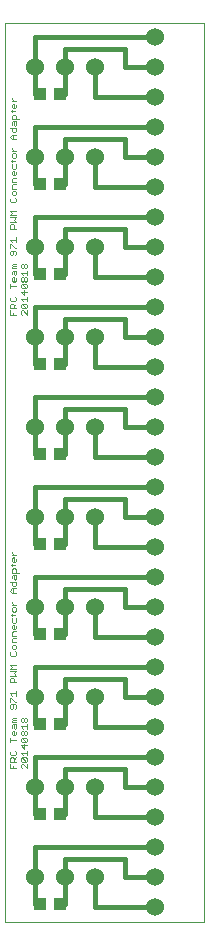
<source format=gtl>
G75*
%MOIN*%
%OFA0B0*%
%FSLAX24Y24*%
%IPPOS*%
%LPD*%
%AMOC8*
5,1,8,0,0,1.08239X$1,22.5*
%
%ADD10C,0.0000*%
%ADD11C,0.0020*%
%ADD12C,0.0600*%
%ADD13R,0.0433X0.0394*%
%ADD14C,0.0160*%
D10*
X000100Y000125D02*
X000100Y030121D01*
X006720Y030121D01*
X006720Y000125D01*
X000100Y000125D01*
D11*
X000260Y005260D02*
X000260Y005407D01*
X000260Y005481D02*
X000260Y005591D01*
X000297Y005628D01*
X000370Y005628D01*
X000407Y005591D01*
X000407Y005481D01*
X000480Y005481D02*
X000260Y005481D01*
X000260Y005260D02*
X000480Y005260D01*
X000370Y005260D02*
X000370Y005333D01*
X000407Y005554D02*
X000480Y005628D01*
X000443Y005702D02*
X000480Y005739D01*
X000480Y005812D01*
X000443Y005849D01*
X000443Y005702D02*
X000297Y005702D01*
X000260Y005739D01*
X000260Y005812D01*
X000297Y005849D01*
X000260Y006144D02*
X000260Y006291D01*
X000260Y006217D02*
X000480Y006217D01*
X000443Y006365D02*
X000370Y006365D01*
X000333Y006402D01*
X000333Y006475D01*
X000370Y006512D01*
X000407Y006512D01*
X000407Y006365D01*
X000443Y006365D02*
X000480Y006402D01*
X000480Y006475D01*
X000443Y006586D02*
X000407Y006623D01*
X000407Y006733D01*
X000370Y006733D02*
X000480Y006733D01*
X000480Y006623D01*
X000443Y006586D01*
X000333Y006696D02*
X000370Y006733D01*
X000333Y006696D02*
X000333Y006623D01*
X000333Y006807D02*
X000333Y006844D01*
X000370Y006880D01*
X000333Y006917D01*
X000370Y006954D01*
X000480Y006954D01*
X000480Y006880D02*
X000370Y006880D01*
X000333Y006807D02*
X000480Y006807D01*
X000443Y007249D02*
X000480Y007286D01*
X000480Y007359D01*
X000443Y007396D01*
X000297Y007396D01*
X000260Y007359D01*
X000260Y007286D01*
X000297Y007249D01*
X000333Y007249D01*
X000370Y007286D01*
X000370Y007396D01*
X000443Y007470D02*
X000297Y007617D01*
X000260Y007617D01*
X000260Y007470D01*
X000333Y007691D02*
X000260Y007764D01*
X000480Y007764D01*
X000480Y007691D02*
X000480Y007838D01*
X000480Y008133D02*
X000260Y008133D01*
X000260Y008243D01*
X000297Y008280D01*
X000370Y008280D01*
X000407Y008243D01*
X000407Y008133D01*
X000480Y008354D02*
X000407Y008427D01*
X000480Y008501D01*
X000260Y008501D01*
X000260Y008575D02*
X000333Y008648D01*
X000260Y008722D01*
X000480Y008722D01*
X000480Y008575D02*
X000260Y008575D01*
X000260Y008354D02*
X000480Y008354D01*
X000443Y009017D02*
X000297Y009017D01*
X000260Y009053D01*
X000260Y009127D01*
X000297Y009164D01*
X000370Y009238D02*
X000333Y009274D01*
X000333Y009348D01*
X000370Y009385D01*
X000443Y009385D01*
X000480Y009348D01*
X000480Y009274D01*
X000443Y009238D01*
X000370Y009238D01*
X000443Y009164D02*
X000480Y009127D01*
X000480Y009053D01*
X000443Y009017D01*
X000480Y009459D02*
X000333Y009459D01*
X000333Y009569D01*
X000370Y009606D01*
X000480Y009606D01*
X000480Y009680D02*
X000333Y009680D01*
X000333Y009790D01*
X000370Y009827D01*
X000480Y009827D01*
X000443Y009901D02*
X000370Y009901D01*
X000333Y009937D01*
X000333Y010011D01*
X000370Y010048D01*
X000407Y010048D01*
X000407Y009901D01*
X000443Y009901D02*
X000480Y009937D01*
X000480Y010011D01*
X000443Y010122D02*
X000480Y010158D01*
X000480Y010269D01*
X000443Y010379D02*
X000480Y010416D01*
X000443Y010379D02*
X000297Y010379D01*
X000333Y010343D02*
X000333Y010416D01*
X000370Y010490D02*
X000333Y010527D01*
X000333Y010600D01*
X000370Y010637D01*
X000443Y010637D01*
X000480Y010600D01*
X000480Y010527D01*
X000443Y010490D01*
X000370Y010490D01*
X000407Y010711D02*
X000333Y010784D01*
X000333Y010821D01*
X000333Y010711D02*
X000480Y010711D01*
X000480Y011116D02*
X000333Y011116D01*
X000260Y011190D01*
X000333Y011263D01*
X000480Y011263D01*
X000443Y011337D02*
X000370Y011337D01*
X000333Y011374D01*
X000333Y011484D01*
X000260Y011484D02*
X000480Y011484D01*
X000480Y011374D01*
X000443Y011337D01*
X000370Y011263D02*
X000370Y011116D01*
X000443Y011558D02*
X000407Y011595D01*
X000407Y011705D01*
X000370Y011705D02*
X000480Y011705D01*
X000480Y011595D01*
X000443Y011558D01*
X000333Y011668D02*
X000370Y011705D01*
X000333Y011668D02*
X000333Y011595D01*
X000333Y011779D02*
X000333Y011889D01*
X000370Y011926D01*
X000443Y011926D01*
X000480Y011889D01*
X000480Y011779D01*
X000443Y012037D02*
X000480Y012074D01*
X000443Y012037D02*
X000297Y012037D01*
X000333Y012000D02*
X000333Y012074D01*
X000370Y012147D02*
X000333Y012184D01*
X000333Y012258D01*
X000370Y012294D01*
X000407Y012294D01*
X000407Y012147D01*
X000443Y012147D02*
X000370Y012147D01*
X000443Y012147D02*
X000480Y012184D01*
X000480Y012258D01*
X000480Y012368D02*
X000333Y012368D01*
X000407Y012368D02*
X000333Y012442D01*
X000333Y012479D01*
X000333Y011779D02*
X000553Y011779D01*
X000333Y010269D02*
X000333Y010158D01*
X000370Y010122D01*
X000443Y010122D01*
X000443Y007470D02*
X000480Y007470D01*
X000657Y006954D02*
X000620Y006917D01*
X000620Y006844D01*
X000657Y006807D01*
X000693Y006807D01*
X000730Y006844D01*
X000730Y006917D01*
X000767Y006954D01*
X000803Y006954D01*
X000840Y006917D01*
X000840Y006844D01*
X000803Y006807D01*
X000767Y006807D01*
X000730Y006844D01*
X000730Y006917D02*
X000693Y006954D01*
X000657Y006954D01*
X000620Y006659D02*
X000840Y006659D01*
X000840Y006586D02*
X000840Y006733D01*
X000803Y006512D02*
X000840Y006475D01*
X000840Y006402D01*
X000803Y006365D01*
X000767Y006365D01*
X000730Y006402D01*
X000730Y006475D01*
X000767Y006512D01*
X000803Y006512D01*
X000730Y006475D02*
X000693Y006512D01*
X000657Y006512D01*
X000620Y006475D01*
X000620Y006402D01*
X000657Y006365D01*
X000693Y006365D01*
X000730Y006402D01*
X000657Y006291D02*
X000803Y006291D01*
X000840Y006254D01*
X000840Y006181D01*
X000803Y006144D01*
X000657Y006291D01*
X000620Y006254D01*
X000620Y006181D01*
X000657Y006144D01*
X000803Y006144D01*
X000730Y006070D02*
X000730Y005923D01*
X000620Y006033D01*
X000840Y006033D01*
X000840Y005849D02*
X000840Y005702D01*
X000840Y005775D02*
X000620Y005775D01*
X000693Y005702D01*
X000657Y005628D02*
X000803Y005481D01*
X000840Y005518D01*
X000840Y005591D01*
X000803Y005628D01*
X000657Y005628D01*
X000620Y005591D01*
X000620Y005518D01*
X000657Y005481D01*
X000803Y005481D01*
X000840Y005407D02*
X000840Y005260D01*
X000693Y005407D01*
X000657Y005407D01*
X000620Y005370D01*
X000620Y005297D01*
X000657Y005260D01*
X000693Y006586D02*
X000620Y006659D01*
X000657Y020385D02*
X000620Y020422D01*
X000620Y020495D01*
X000657Y020532D01*
X000693Y020532D01*
X000840Y020385D01*
X000840Y020532D01*
X000803Y020606D02*
X000657Y020753D01*
X000803Y020753D01*
X000840Y020716D01*
X000840Y020643D01*
X000803Y020606D01*
X000657Y020606D01*
X000620Y020643D01*
X000620Y020716D01*
X000657Y020753D01*
X000693Y020827D02*
X000620Y020900D01*
X000840Y020900D01*
X000840Y020827D02*
X000840Y020974D01*
X000840Y021158D02*
X000620Y021158D01*
X000730Y021048D01*
X000730Y021195D01*
X000803Y021269D02*
X000657Y021416D01*
X000803Y021416D01*
X000840Y021379D01*
X000840Y021306D01*
X000803Y021269D01*
X000657Y021269D01*
X000620Y021306D01*
X000620Y021379D01*
X000657Y021416D01*
X000657Y021490D02*
X000620Y021527D01*
X000620Y021600D01*
X000657Y021637D01*
X000693Y021637D01*
X000730Y021600D01*
X000730Y021527D01*
X000693Y021490D01*
X000657Y021490D01*
X000730Y021527D02*
X000767Y021490D01*
X000803Y021490D01*
X000840Y021527D01*
X000840Y021600D01*
X000803Y021637D01*
X000767Y021637D01*
X000730Y021600D01*
X000693Y021711D02*
X000620Y021784D01*
X000840Y021784D01*
X000840Y021711D02*
X000840Y021858D01*
X000803Y021932D02*
X000840Y021969D01*
X000840Y022042D01*
X000803Y022079D01*
X000767Y022079D01*
X000730Y022042D01*
X000730Y021969D01*
X000693Y021932D01*
X000657Y021932D01*
X000620Y021969D01*
X000620Y022042D01*
X000657Y022079D01*
X000693Y022079D01*
X000730Y022042D01*
X000730Y021969D02*
X000767Y021932D01*
X000803Y021932D01*
X000480Y021932D02*
X000333Y021932D01*
X000333Y021969D01*
X000370Y022005D01*
X000333Y022042D01*
X000370Y022079D01*
X000480Y022079D01*
X000480Y022005D02*
X000370Y022005D01*
X000370Y021858D02*
X000480Y021858D01*
X000480Y021748D01*
X000443Y021711D01*
X000407Y021748D01*
X000407Y021858D01*
X000370Y021858D02*
X000333Y021821D01*
X000333Y021748D01*
X000370Y021637D02*
X000333Y021600D01*
X000333Y021527D01*
X000370Y021490D01*
X000443Y021490D01*
X000480Y021527D01*
X000480Y021600D01*
X000407Y021637D02*
X000407Y021490D01*
X000407Y021637D02*
X000370Y021637D01*
X000480Y021342D02*
X000260Y021342D01*
X000260Y021269D02*
X000260Y021416D01*
X000297Y020974D02*
X000260Y020937D01*
X000260Y020864D01*
X000297Y020827D01*
X000443Y020827D01*
X000480Y020864D01*
X000480Y020937D01*
X000443Y020974D01*
X000480Y020753D02*
X000407Y020679D01*
X000407Y020716D02*
X000407Y020606D01*
X000480Y020606D02*
X000260Y020606D01*
X000260Y020716D01*
X000297Y020753D01*
X000370Y020753D01*
X000407Y020716D01*
X000370Y020458D02*
X000370Y020385D01*
X000480Y020385D02*
X000260Y020385D01*
X000260Y020532D01*
X000297Y022374D02*
X000260Y022411D01*
X000260Y022484D01*
X000297Y022521D01*
X000443Y022521D01*
X000480Y022484D01*
X000480Y022411D01*
X000443Y022374D01*
X000370Y022411D02*
X000370Y022521D01*
X000443Y022595D02*
X000297Y022742D01*
X000260Y022742D01*
X000260Y022595D01*
X000370Y022411D02*
X000333Y022374D01*
X000297Y022374D01*
X000333Y022816D02*
X000260Y022889D01*
X000480Y022889D01*
X000480Y022816D02*
X000480Y022963D01*
X000480Y023258D02*
X000260Y023258D01*
X000260Y023368D01*
X000297Y023405D01*
X000370Y023405D01*
X000407Y023368D01*
X000407Y023258D01*
X000480Y023479D02*
X000407Y023552D01*
X000480Y023626D01*
X000260Y023626D01*
X000260Y023700D02*
X000333Y023773D01*
X000260Y023847D01*
X000480Y023847D01*
X000480Y023700D02*
X000260Y023700D01*
X000260Y023479D02*
X000480Y023479D01*
X000443Y024142D02*
X000297Y024142D01*
X000260Y024178D01*
X000260Y024252D01*
X000297Y024289D01*
X000370Y024363D02*
X000333Y024399D01*
X000333Y024473D01*
X000370Y024510D01*
X000443Y024510D01*
X000480Y024473D01*
X000480Y024399D01*
X000443Y024363D01*
X000370Y024363D01*
X000443Y024289D02*
X000480Y024252D01*
X000480Y024178D01*
X000443Y024142D01*
X000480Y024584D02*
X000333Y024584D01*
X000333Y024694D01*
X000370Y024731D01*
X000480Y024731D01*
X000480Y024805D02*
X000333Y024805D01*
X000333Y024915D01*
X000370Y024952D01*
X000480Y024952D01*
X000443Y025026D02*
X000370Y025026D01*
X000333Y025062D01*
X000333Y025136D01*
X000370Y025173D01*
X000407Y025173D01*
X000407Y025026D01*
X000443Y025026D02*
X000480Y025062D01*
X000480Y025136D01*
X000443Y025247D02*
X000480Y025283D01*
X000480Y025394D01*
X000443Y025504D02*
X000480Y025541D01*
X000443Y025504D02*
X000297Y025504D01*
X000333Y025468D02*
X000333Y025541D01*
X000370Y025615D02*
X000333Y025652D01*
X000333Y025725D01*
X000370Y025762D01*
X000443Y025762D01*
X000480Y025725D01*
X000480Y025652D01*
X000443Y025615D01*
X000370Y025615D01*
X000407Y025836D02*
X000333Y025909D01*
X000333Y025946D01*
X000333Y025836D02*
X000480Y025836D01*
X000480Y026241D02*
X000333Y026241D01*
X000260Y026315D01*
X000333Y026388D01*
X000480Y026388D01*
X000443Y026462D02*
X000370Y026462D01*
X000333Y026499D01*
X000333Y026609D01*
X000260Y026609D02*
X000480Y026609D01*
X000480Y026499D01*
X000443Y026462D01*
X000370Y026388D02*
X000370Y026241D01*
X000443Y026683D02*
X000407Y026720D01*
X000407Y026830D01*
X000370Y026830D02*
X000480Y026830D01*
X000480Y026720D01*
X000443Y026683D01*
X000333Y026793D02*
X000370Y026830D01*
X000333Y026793D02*
X000333Y026720D01*
X000333Y026904D02*
X000333Y027014D01*
X000370Y027051D01*
X000443Y027051D01*
X000480Y027014D01*
X000480Y026904D01*
X000443Y027162D02*
X000480Y027199D01*
X000443Y027162D02*
X000297Y027162D01*
X000333Y027125D02*
X000333Y027199D01*
X000370Y027272D02*
X000333Y027309D01*
X000333Y027383D01*
X000370Y027419D01*
X000407Y027419D01*
X000407Y027272D01*
X000443Y027272D02*
X000370Y027272D01*
X000443Y027272D02*
X000480Y027309D01*
X000480Y027383D01*
X000480Y027493D02*
X000333Y027493D01*
X000407Y027493D02*
X000333Y027567D01*
X000333Y027604D01*
X000333Y026904D02*
X000553Y026904D01*
X000333Y025394D02*
X000333Y025283D01*
X000370Y025247D01*
X000443Y025247D01*
X000443Y022595D02*
X000480Y022595D01*
D12*
X001100Y022625D03*
X001100Y019625D03*
X001100Y016625D03*
X001100Y013625D03*
X001100Y010625D03*
X001100Y007625D03*
X001100Y004625D03*
X001100Y001625D03*
X002100Y001625D03*
X002100Y004625D03*
X002100Y007625D03*
X002100Y010625D03*
X002100Y013625D03*
X002100Y016625D03*
X002100Y019625D03*
X002100Y022625D03*
X002100Y025625D03*
X002100Y028625D03*
X003100Y028625D03*
X003100Y025625D03*
X003100Y022625D03*
X003100Y019625D03*
X003100Y016625D03*
X003100Y013625D03*
X003100Y010625D03*
X003100Y007625D03*
X003100Y004625D03*
X003100Y001625D03*
X005100Y001625D03*
X005100Y000625D03*
X005100Y002625D03*
X005100Y003625D03*
X005100Y004625D03*
X005100Y005625D03*
X005100Y006625D03*
X005100Y007625D03*
X005100Y008625D03*
X005100Y009625D03*
X005100Y010625D03*
X005100Y011625D03*
X005100Y012625D03*
X005100Y013625D03*
X005100Y014625D03*
X005100Y015625D03*
X005100Y016625D03*
X005100Y017625D03*
X005100Y018625D03*
X005100Y019625D03*
X005100Y020625D03*
X005100Y021625D03*
X005100Y022625D03*
X005100Y023625D03*
X005100Y024625D03*
X005100Y025625D03*
X005100Y026625D03*
X005100Y027625D03*
X005100Y028625D03*
X005100Y029625D03*
X001100Y028625D03*
X001100Y025625D03*
D13*
X001265Y024750D03*
X001935Y024750D03*
X001935Y021750D03*
X001935Y018750D03*
X001265Y018750D03*
X001265Y021750D03*
X001265Y015750D03*
X001935Y015750D03*
X001935Y012750D03*
X001265Y012750D03*
X001265Y009750D03*
X001935Y009750D03*
X001935Y006750D03*
X001265Y006750D03*
X001265Y003750D03*
X001935Y003750D03*
X001935Y000750D03*
X001265Y000750D03*
X001265Y027750D03*
X001935Y027750D03*
D14*
X002100Y027750D01*
X002100Y028625D01*
X002100Y029250D01*
X004100Y029250D01*
X004100Y028625D01*
X005100Y028625D01*
X005100Y027625D02*
X003100Y027625D01*
X003100Y028625D01*
X003100Y025625D02*
X003100Y024625D01*
X005100Y024625D01*
X005100Y023625D02*
X001100Y023625D01*
X001100Y022625D01*
X001100Y021750D01*
X001265Y021750D01*
X001100Y020625D02*
X001100Y019625D01*
X001100Y018750D01*
X001265Y018750D01*
X001100Y017625D02*
X001100Y016625D01*
X001100Y015750D01*
X001265Y015750D01*
X001100Y014625D02*
X001100Y013625D01*
X001100Y012750D01*
X001265Y012750D01*
X001100Y011625D02*
X001100Y010625D01*
X001100Y009750D01*
X001265Y009750D01*
X001100Y008625D02*
X001100Y007625D01*
X001100Y006750D01*
X001265Y006750D01*
X001100Y005625D02*
X001100Y004625D01*
X001100Y003750D01*
X001265Y003750D01*
X001100Y002625D02*
X001100Y001625D01*
X001100Y000750D01*
X001265Y000750D01*
X001100Y002625D02*
X005100Y002625D01*
X005100Y001625D02*
X004100Y001625D01*
X004100Y002250D01*
X002100Y002250D01*
X002100Y001625D01*
X002100Y000750D01*
X001935Y000750D01*
X001935Y003750D02*
X002100Y003750D01*
X002100Y004625D01*
X002100Y005250D01*
X004100Y005250D01*
X004100Y004625D01*
X005100Y004625D01*
X005100Y005625D02*
X001100Y005625D01*
X001100Y008625D02*
X005100Y008625D01*
X005100Y007625D02*
X004100Y007625D01*
X004100Y008250D01*
X002100Y008250D01*
X002100Y007625D01*
X002100Y006750D01*
X001935Y006750D01*
X001935Y009750D02*
X002100Y009750D01*
X002100Y010625D01*
X002100Y011250D01*
X004100Y011250D01*
X004100Y010625D01*
X005100Y010625D01*
X005100Y011625D02*
X001100Y011625D01*
X001100Y014625D02*
X005100Y014625D01*
X005100Y013625D02*
X004100Y013625D01*
X004100Y014250D01*
X002100Y014250D01*
X002100Y013625D01*
X002100Y012750D01*
X001935Y012750D01*
X001935Y015750D02*
X002100Y015750D01*
X002100Y016625D01*
X002100Y017250D01*
X004100Y017250D01*
X004100Y016625D01*
X005100Y016625D01*
X005100Y017625D02*
X001100Y017625D01*
X001100Y020625D02*
X005100Y020625D01*
X005100Y021625D02*
X003100Y021625D01*
X003100Y022625D01*
X003100Y019625D02*
X003100Y018625D01*
X005100Y018625D01*
X005100Y019625D02*
X004100Y019625D01*
X004100Y020250D01*
X002100Y020250D01*
X002100Y019625D01*
X002100Y018750D01*
X001935Y018750D01*
X001935Y021750D02*
X002100Y021750D01*
X002100Y022625D01*
X002100Y023250D01*
X004100Y023250D01*
X004100Y022625D01*
X005100Y022625D01*
X005100Y025625D02*
X004100Y025625D01*
X004100Y026250D01*
X002100Y026250D01*
X002100Y025625D01*
X002100Y024750D01*
X001935Y024750D01*
X001265Y024750D02*
X001100Y024750D01*
X001100Y025625D01*
X001100Y026625D01*
X005100Y026625D01*
X005100Y029625D02*
X001100Y029625D01*
X001100Y028625D01*
X001100Y027750D01*
X001265Y027750D01*
X003100Y016625D02*
X003100Y015625D01*
X005100Y015625D01*
X005100Y012625D02*
X003100Y012625D01*
X003100Y013625D01*
X003100Y010625D02*
X003100Y009625D01*
X005100Y009625D01*
X005100Y006625D02*
X003100Y006625D01*
X003100Y007625D01*
X003100Y004625D02*
X003100Y003625D01*
X005100Y003625D01*
X005100Y000625D02*
X003100Y000625D01*
X003100Y001625D01*
M02*

</source>
